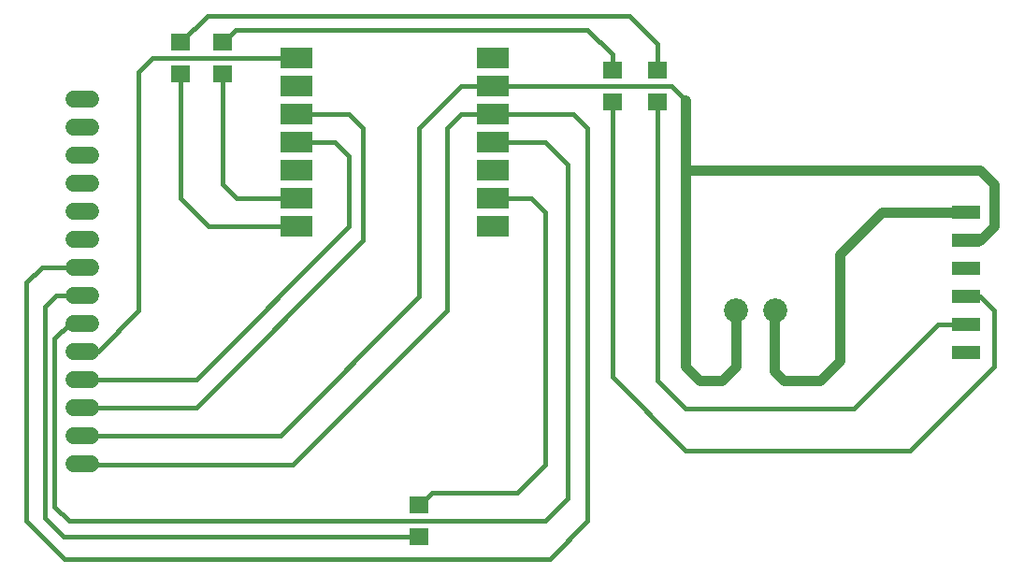
<source format=gbr>
G04 EAGLE Gerber RS-274X export*
G75*
%MOMM*%
%FSLAX34Y34*%
%LPD*%
%INTop Copper*%
%IPPOS*%
%AMOC8*
5,1,8,0,0,1.08239X$1,22.5*%
G01*
G04 Define Apertures*
%ADD10C,2.184400*%
%ADD11C,1.524000*%
%ADD12R,2.921000X1.905000*%
%ADD13R,2.540000X1.270000*%
%ADD14R,1.803000X1.600000*%
%ADD15C,0.406400*%
%ADD16C,0.889000*%
D10*
X1252000Y520700D03*
X1287000Y520700D03*
D11*
X668020Y712089D02*
X652780Y712089D01*
X652780Y686689D02*
X668020Y686689D01*
X668020Y661289D02*
X652780Y661289D01*
X652780Y635889D02*
X668020Y635889D01*
X668020Y610489D02*
X652780Y610489D01*
X652780Y585089D02*
X668020Y585089D01*
X668020Y559689D02*
X652780Y559689D01*
X652780Y534289D02*
X668020Y534289D01*
X668020Y508889D02*
X652780Y508889D01*
X652780Y483489D02*
X668020Y483489D01*
X668020Y458089D02*
X652780Y458089D01*
X652780Y432689D02*
X668020Y432689D01*
X668020Y407289D02*
X652780Y407289D01*
X652780Y381889D02*
X668020Y381889D01*
D12*
X853821Y749300D03*
X853821Y723900D03*
X853821Y698500D03*
X853821Y673100D03*
X853821Y647700D03*
X853821Y622300D03*
X853821Y596900D03*
X1031621Y596900D03*
X1031621Y622300D03*
X1031621Y647700D03*
X1031621Y673100D03*
X1031621Y698500D03*
X1031621Y723900D03*
X1031621Y749300D03*
D13*
X1460500Y609600D03*
X1460500Y584200D03*
X1460500Y558800D03*
X1460500Y533400D03*
X1460500Y508000D03*
X1460500Y482600D03*
D14*
X965200Y315980D03*
X965200Y344420D03*
X787400Y763520D03*
X787400Y735080D03*
X1139694Y709680D03*
X1139694Y738120D03*
X749300Y763520D03*
X749300Y735080D03*
X1181100Y709680D03*
X1181100Y738120D03*
D15*
X711200Y736600D02*
X711200Y520700D01*
X673989Y483489D01*
X660400Y483489D01*
X711200Y736600D02*
X723900Y749300D01*
X853821Y749300D01*
X853821Y698500D02*
X901700Y698500D01*
X914400Y685800D01*
X914400Y584200D01*
X762889Y432689D01*
X660400Y432689D01*
X853821Y673100D02*
X889000Y673100D01*
X901700Y660400D01*
X901700Y596900D01*
X762889Y458089D01*
X660400Y458089D01*
X1139694Y460506D02*
X1139694Y709680D01*
X1139694Y460506D02*
X1206500Y393700D01*
X1409700Y393700D01*
X1485900Y469900D01*
X1485900Y520700D01*
X1473200Y533400D01*
X1460500Y533400D01*
X1181100Y457200D02*
X1181100Y709680D01*
X1181100Y457200D02*
X1206500Y431800D01*
X1358900Y431800D01*
X1435100Y508000D01*
X1460500Y508000D01*
X1206500Y711200D02*
X1193800Y723900D01*
X1031621Y723900D01*
X1003300Y723900D01*
X965200Y685800D01*
X965200Y533400D01*
X839089Y407289D01*
X660400Y407289D01*
D16*
X1252000Y469900D02*
X1252000Y520700D01*
X1206500Y647700D02*
X1206500Y711200D01*
X1460500Y584200D02*
X1473200Y584200D01*
X1485900Y596900D01*
X1485900Y635000D01*
X1473200Y647700D01*
X1206500Y647700D01*
X1206500Y469900D01*
X1219200Y457200D01*
X1239300Y457200D01*
X1252000Y469900D01*
D15*
X1104900Y698500D02*
X1031621Y698500D01*
X1104900Y698500D02*
X1117600Y685800D01*
X1117600Y330200D01*
X609600Y330200D02*
X609600Y546100D01*
X623189Y559689D01*
X660400Y559689D01*
X1082934Y295534D02*
X1117600Y330200D01*
X1082934Y295534D02*
X644266Y295534D01*
X609600Y330200D01*
X1003300Y698500D02*
X1031621Y698500D01*
X1003300Y698500D02*
X990600Y685800D01*
X990600Y520700D01*
X850900Y381000D01*
X661289Y381000D01*
X660400Y381889D01*
X1031621Y673100D02*
X1079500Y673100D01*
X1099820Y652780D01*
X1099820Y350520D01*
X635000Y342900D02*
X635000Y495300D01*
X648589Y508889D01*
X660400Y508889D01*
X1079376Y330076D02*
X1099820Y350520D01*
X647824Y330076D02*
X635000Y342900D01*
X647824Y330076D02*
X1079376Y330076D01*
X1066800Y622300D02*
X1031621Y622300D01*
X1066800Y622300D02*
X1079500Y609600D01*
X1079500Y381000D01*
X1054100Y355600D01*
X976380Y355600D01*
X965200Y344420D01*
D16*
X1384300Y609600D02*
X1460500Y609600D01*
X1384300Y609600D02*
X1346200Y571500D01*
X1346200Y474980D01*
X1328420Y457200D01*
X1295400Y457200D01*
X1286510Y466090D01*
X1286510Y520210D01*
X1287000Y520700D01*
D15*
X965200Y315980D02*
X642870Y315980D01*
X626110Y332740D01*
X626110Y524510D01*
X635889Y534289D01*
X660400Y534289D01*
X800100Y622300D02*
X853821Y622300D01*
X800100Y622300D02*
X787400Y635000D01*
X787400Y735080D01*
X787400Y763520D02*
X798580Y774700D01*
X1117600Y774700D01*
X1139694Y752606D01*
X1139694Y738120D01*
X853821Y596900D02*
X774700Y596900D01*
X749300Y622300D01*
X749300Y735080D01*
X749300Y763520D02*
X773180Y787400D01*
X1155700Y787400D01*
X1181100Y762000D01*
X1181100Y738120D01*
M02*

</source>
